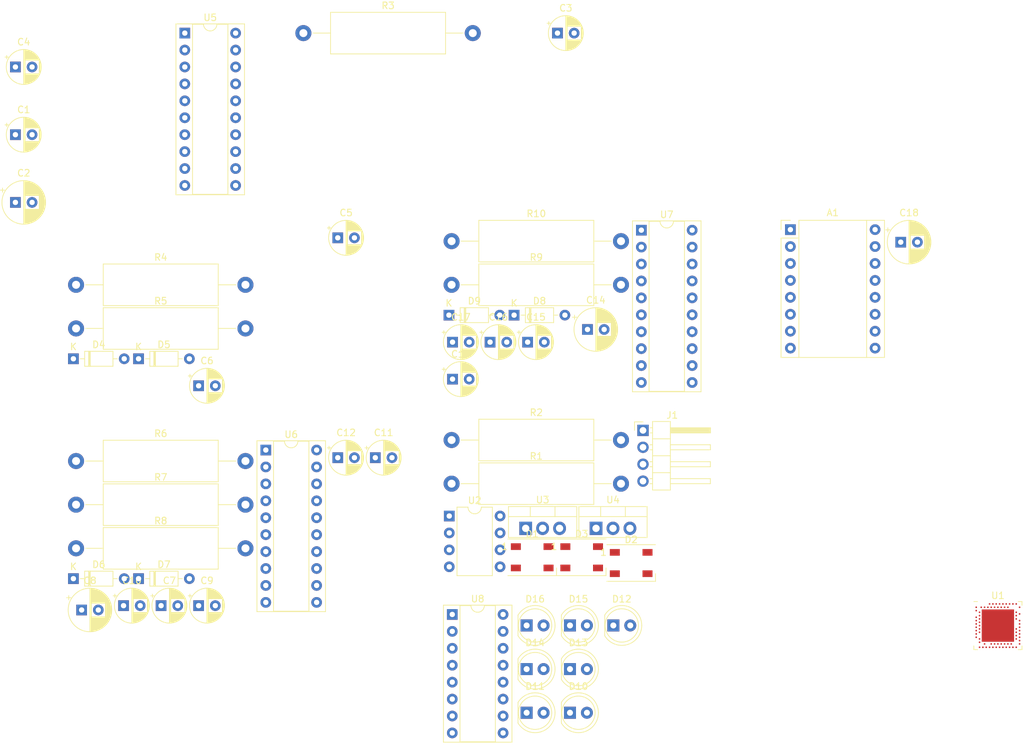
<source format=kicad_pcb>
(kicad_pcb (version 20171130) (host pcbnew "(5.0.1)-3")
  (layers (0 F.Cu signal) (31 B.Cu signal) (34 B.Paste user) (35 F.Paste user) (36 B.SilkS user) (37 F.SilkS user) (38 B.Mask user) (39 F.Mask user) (44 Edge.Cuts user))
  (net 0 "")
  (net 1 GND)
  (net 2 "/Aspirin Dispenser/ENABLE")
  (net 3 +3V3)
  (net 4 "/Aspirin Dispenser/MS1")
  (net 5 "Net-(A1-Pad3)")
  (net 6 "/Aspirin Dispenser/MS2")
  (net 7 "Net-(A1-Pad4)")
  (net 8 "/Aspirin Dispenser/MS3")
  (net 9 "Net-(A1-Pad5)")
  (net 10 "Net-(A1-Pad6)")
  (net 11 "/Aspirin Dispenser/STEP")
  (net 12 +12V)
  (net 13 "/Aspirin Dispenser/DIRECTION")
  (net 14 VPUMP12)
  (net 15 "/12V Pump Block 1/ENABLEA")
  (net 16 "/12V Pump Block 1/ENABLEB")
  (net 17 "Net-(C5-Pad2)")
  (net 18 "Net-(C6-Pad2)")
  (net 19 "Net-(C6-Pad1)")
  (net 20 "/12V Pump Block 2/ENABLEA")
  (net 21 "/12V Pump Block 2/ENABLEB")
  (net 22 "Net-(C11-Pad2)")
  (net 23 "Net-(C12-Pad2)")
  (net 24 "Net-(C12-Pad1)")
  (net 25 +24V)
  (net 26 "/24V Pump Block/ENABLEA")
  (net 27 "Net-(C16-Pad2)")
  (net 28 "Net-(C17-Pad2)")
  (net 29 "Net-(C17-Pad1)")
  (net 30 "Net-(D1-Pad4)")
  (net 31 "Net-(D1-Pad2)")
  (net 32 "Net-(D2-Pad2)")
  (net 33 "Net-(D3-Pad2)")
  (net 34 "Net-(D4-Pad2)")
  (net 35 "Net-(D6-Pad2)")
  (net 36 "Net-(D8-Pad2)")
  (net 37 "Net-(D10-Pad1)")
  (net 38 "Net-(D11-Pad1)")
  (net 39 "Net-(D12-Pad1)")
  (net 40 "Net-(D13-Pad1)")
  (net 41 "Net-(D14-Pad1)")
  (net 42 "Net-(D15-Pad1)")
  (net 43 "Net-(D16-Pad1)")
  (net 44 "Net-(J1-Pad1)")
  (net 45 "Net-(J1-Pad2)")
  (net 46 "Net-(J1-Pad3)")
  (net 47 "Net-(J1-Pad4)")
  (net 48 /P0.06)
  (net 49 /P0.31)
  (net 50 "/12V Pump Block 1/ENA")
  (net 51 "/12V Pump Block 1/ENB")
  (net 52 "/12V Pump Block 2/ENA")
  (net 53 "/12V Pump Block 2/ENB")
  (net 54 "/24V Pump Block/ENA")
  (net 55 "Net-(U1-PadB24)")
  (net 56 "Net-(U1-PadD23)")
  (net 57 "Net-(U1-PadB3)")
  (net 58 "/12V Pump Block 2/INPUT2B")
  (net 59 "Net-(U1-PadAD2)")
  (net 60 "Net-(U1-PadAB2)")
  (net 61 "Net-(U1-PadY2)")
  (net 62 "Net-(U1-PadU1)")
  (net 63 "Net-(U1-PadR1)")
  (net 64 "Net-(U1-PadJ1)")
  (net 65 /P0.26)
  (net 66 "Net-(U1-PadT2)")
  (net 67 "Net-(U1-PadM2)")
  (net 68 "Net-(U1-PadK2)")
  (net 69 /P0.27)
  (net 70 "Net-(U1-PadF2)")
  (net 71 "Net-(U1-PadC1)")
  (net 72 "Net-(U1-PadD2)")
  (net 73 "Net-(U1-PadAD4)")
  (net 74 "Net-(U1-PadAD6)")
  (net 75 "/12V Pump Block 1/INPUT1A")
  (net 76 "/12V Pump Block 1/INPUT2A")
  (net 77 "/12V Pump Block 2/INPUT1A")
  (net 78 "/12V Pump Block 2/INPUT2A")
  (net 79 "Net-(U1-PadAD22)")
  (net 80 "/12V Pump Block 2/INPUT1B")
  (net 81 "/12V Pump Block 1/INPUT2B")
  (net 82 "Net-(U1-PadAC13)")
  (net 83 "/12V Pump Block 1/INPUT1B")
  (net 84 "Net-(U1-PadAC5)")
  (net 85 "Net-(U1-PadB5)")
  (net 86 "Net-(U1-PadB9)")
  (net 87 "Net-(U1-PadB11)")
  (net 88 "Net-(U1-PadB13)")
  (net 89 /P1.14)
  (net 90 /P1.12)
  (net 91 /P1.11)
  (net 92 "Net-(U1-PadA10)")
  (net 93 "/Alcohol Sensor/AOUT")
  (net 94 /P1.15)
  (net 95 /P1.13)
  (net 96 "Net-(U1-PadA18)")
  (net 97 "Net-(U1-PadA23)")
  (net 98 "Net-(U1-PadF23)")
  (net 99 "Net-(U1-PadH23)")
  (net 100 "/24V Pump Block/INPUT2A")
  (net 101 "Net-(U1-PadE24)")
  (net 102 "Net-(U1-PadJ24)")
  (net 103 "Net-(U1-PadL24)")
  (net 104 "Net-(U1-PadN24)")
  (net 105 "/24V Pump Block/INPUT1A")
  (net 106 "Net-(U1-PadAA24)")
  (net 107 "Net-(U1-PadAC24)")
  (net 108 +5V)
  (net 109 "Net-(M1-Pad2)")
  (net 110 "Net-(M2-Pad1)")
  (net 111 "Net-(M1-Pad1)")
  (net 112 "Net-(M2-Pad2)")
  (net 113 "Net-(M4-Pad2)")
  (net 114 "Net-(M3-Pad1)")
  (net 115 "Net-(M4-Pad1)")
  (net 116 "Net-(M3-Pad2)")
  (net 117 "Net-(U7-Pad13)")
  (net 118 "Net-(M5-Pad1)")
  (net 119 "Net-(U7-Pad7)")
  (net 120 "Net-(M5-Pad2)")
  (module Module:Pololu_Breakout-16_15.2x20.3mm (layer F.Cu) (at 187.325001 47.265001)
    (fp_text reference A1 (at 6.35 -2.54) (layer F.SilkS))
    (fp_text value Pololu_Breakout_A4988)
    (pad 16 thru_hole oval (at 12.7 0) (size 1.6 1.6) (drill 0.8) (layers *.Cu *.Mask) (net 13 "/Aspirin Dispenser/DIRECTION"))
    (pad 8 thru_hole oval (at 0 17.78) (size 1.6 1.6) (drill 0.8) (layers *.Cu *.Mask) (net 12 +12V))
    (pad 15 thru_hole oval (at 12.7 2.54) (size 1.6 1.6) (drill 0.8) (layers *.Cu *.Mask) (net 11 "/Aspirin Dispenser/STEP"))
    (pad 7 thru_hole oval (at 0 15.24) (size 1.6 1.6) (drill 0.8) (layers *.Cu *.Mask) (net 1 GND))
    (pad 14 thru_hole oval (at 12.7 5.08) (size 1.6 1.6) (drill 0.8) (layers *.Cu *.Mask) (net 3 +3V3))
    (pad 6 thru_hole oval (at 0 12.7) (size 1.6 1.6) (drill 0.8) (layers *.Cu *.Mask) (net 10 "Net-(A1-Pad6)"))
    (pad 13 thru_hole oval (at 12.7 7.62) (size 1.6 1.6) (drill 0.8) (layers *.Cu *.Mask) (net 3 +3V3))
    (pad 5 thru_hole oval (at 0 10.16) (size 1.6 1.6) (drill 0.8) (layers *.Cu *.Mask) (net 9 "Net-(A1-Pad5)"))
    (pad 12 thru_hole oval (at 12.7 10.16) (size 1.6 1.6) (drill 0.8) (layers *.Cu *.Mask) (net 8 "/Aspirin Dispenser/MS3"))
    (pad 4 thru_hole oval (at 0 7.62) (size 1.6 1.6) (drill 0.8) (layers *.Cu *.Mask) (net 7 "Net-(A1-Pad4)"))
    (pad 11 thru_hole oval (at 12.7 12.7) (size 1.6 1.6) (drill 0.8) (layers *.Cu *.Mask) (net 6 "/Aspirin Dispenser/MS2"))
    (pad 3 thru_hole oval (at 0 5.08) (size 1.6 1.6) (drill 0.8) (layers *.Cu *.Mask) (net 5 "Net-(A1-Pad3)"))
    (pad 10 thru_hole oval (at 12.7 15.24) (size 1.6 1.6) (drill 0.8) (layers *.Cu *.Mask) (net 4 "/Aspirin Dispenser/MS1"))
    (pad 2 thru_hole oval (at 0 2.54) (size 1.6 1.6) (drill 0.8) (layers *.Cu *.Mask) (net 3 +3V3))
    (pad 9 thru_hole oval (at 12.7 17.78) (size 1.6 1.6) (drill 0.8) (layers *.Cu *.Mask) (net 2 "/Aspirin Dispenser/ENABLE"))
    (pad 1 thru_hole rect (at 0 0) (size 1.6 1.6) (drill 0.8) (layers *.Cu *.Mask) (net 1 GND))
  )
  (module Capacitor_THT:CP_Radial_D5.0mm_P2.50mm (layer F.Cu) (at 71.12 33.02)
    (fp_text reference C1 (at 1.25 -3.75) (layer F.SilkS))
    (fp_text value 100nF)
    (pad 2 thru_hole circle (at 2.5 0) (size 1.6 1.6) (drill 0.8) (layers *.Cu *.Mask) (net 1 GND))
    (pad 1 thru_hole rect (at 0 0) (size 1.6 1.6) (drill 0.8) (layers *.Cu *.Mask) (net 14 VPUMP12))
  )
  (module Capacitor_THT:CP_Radial_D6.3mm_P2.50mm (layer F.Cu) (at 71.12 43.18)
    (fp_text reference C2 (at 1.25 -4.4) (layer F.SilkS))
    (fp_text value 100uF)
    (pad 1 thru_hole rect (at 0 0) (size 1.6 1.6) (drill 0.8) (layers *.Cu *.Mask) (net 14 VPUMP12))
    (pad 2 thru_hole circle (at 2.5 0) (size 1.6 1.6) (drill 0.8) (layers *.Cu *.Mask) (net 1 GND))
  )
  (module Capacitor_THT:CP_Radial_D5.0mm_P2.50mm (layer F.Cu) (at 152.4 17.78)
    (fp_text reference C3 (at 1.25 -3.75) (layer F.SilkS))
    (fp_text value 5.6nF)
    (pad 2 thru_hole circle (at 2.5 0) (size 1.6 1.6) (drill 0.8) (layers *.Cu *.Mask) (net 1 GND))
    (pad 1 thru_hole rect (at 0 0) (size 1.6 1.6) (drill 0.8) (layers *.Cu *.Mask) (net 15 "/12V Pump Block 1/ENABLEA"))
  )
  (module Capacitor_THT:CP_Radial_D5.0mm_P2.50mm (layer F.Cu) (at 71.12 22.86)
    (fp_text reference C4 (at 1.25 -3.75) (layer F.SilkS))
    (fp_text value 5.6nF)
    (pad 1 thru_hole rect (at 0 0) (size 1.6 1.6) (drill 0.8) (layers *.Cu *.Mask) (net 16 "/12V Pump Block 1/ENABLEB"))
    (pad 2 thru_hole circle (at 2.5 0) (size 1.6 1.6) (drill 0.8) (layers *.Cu *.Mask) (net 1 GND))
  )
  (module Capacitor_THT:CP_Radial_D5.0mm_P2.50mm (layer F.Cu) (at 119.454776 48.495001)
    (fp_text reference C5 (at 1.25 -3.75) (layer F.SilkS))
    (fp_text value 220nF)
    (pad 1 thru_hole rect (at 0 0) (size 1.6 1.6) (drill 0.8) (layers *.Cu *.Mask) (net 14 VPUMP12))
    (pad 2 thru_hole circle (at 2.5 0) (size 1.6 1.6) (drill 0.8) (layers *.Cu *.Mask) (net 17 "Net-(C5-Pad2)"))
  )
  (module Capacitor_THT:CP_Radial_D5.0mm_P2.50mm (layer F.Cu) (at 98.594776 70.695001)
    (fp_text reference C6 (at 1.25 -3.75) (layer F.SilkS))
    (fp_text value 10nF)
    (pad 1 thru_hole rect (at 0 0) (size 1.6 1.6) (drill 0.8) (layers *.Cu *.Mask) (net 19 "Net-(C6-Pad1)"))
    (pad 2 thru_hole circle (at 2.5 0) (size 1.6 1.6) (drill 0.8) (layers *.Cu *.Mask) (net 18 "Net-(C6-Pad2)"))
  )
  (module Capacitor_THT:CP_Radial_D5.0mm_P2.50mm (layer F.Cu) (at 92.964776 103.685001)
    (fp_text reference C7 (at 1.25 -3.75) (layer F.SilkS))
    (fp_text value 100nF)
    (pad 2 thru_hole circle (at 2.5 0) (size 1.6 1.6) (drill 0.8) (layers *.Cu *.Mask) (net 1 GND))
    (pad 1 thru_hole rect (at 0 0) (size 1.6 1.6) (drill 0.8) (layers *.Cu *.Mask) (net 14 VPUMP12))
  )
  (module Capacitor_THT:CP_Radial_D6.3mm_P2.50mm (layer F.Cu) (at 81.050242 104.335001)
    (fp_text reference C8 (at 1.25 -4.4) (layer F.SilkS))
    (fp_text value 100uF)
    (pad 2 thru_hole circle (at 2.5 0) (size 1.6 1.6) (drill 0.8) (layers *.Cu *.Mask) (net 1 GND))
    (pad 1 thru_hole rect (at 0 0) (size 1.6 1.6) (drill 0.8) (layers *.Cu *.Mask) (net 14 VPUMP12))
  )
  (module Capacitor_THT:CP_Radial_D5.0mm_P2.50mm (layer F.Cu) (at 98.594776 103.685001)
    (fp_text reference C9 (at 1.25 -3.75) (layer F.SilkS))
    (fp_text value 5.6nF)
    (pad 1 thru_hole rect (at 0 0) (size 1.6 1.6) (drill 0.8) (layers *.Cu *.Mask) (net 20 "/12V Pump Block 2/ENABLEA"))
    (pad 2 thru_hole circle (at 2.5 0) (size 1.6 1.6) (drill 0.8) (layers *.Cu *.Mask) (net 1 GND))
  )
  (module Capacitor_THT:CP_Radial_D5.0mm_P2.50mm (layer F.Cu) (at 87.334776 103.685001)
    (fp_text reference C10 (at 1.25 -3.75) (layer F.SilkS))
    (fp_text value 5.6nF)
    (pad 2 thru_hole circle (at 2.5 0) (size 1.6 1.6) (drill 0.8) (layers *.Cu *.Mask) (net 1 GND))
    (pad 1 thru_hole rect (at 0 0) (size 1.6 1.6) (drill 0.8) (layers *.Cu *.Mask) (net 21 "/12V Pump Block 2/ENABLEB"))
  )
  (module Capacitor_THT:CP_Radial_D5.0mm_P2.50mm (layer F.Cu) (at 125.084776 81.485001)
    (fp_text reference C11 (at 1.25 -3.75) (layer F.SilkS))
    (fp_text value 220nF)
    (pad 2 thru_hole circle (at 2.5 0) (size 1.6 1.6) (drill 0.8) (layers *.Cu *.Mask) (net 22 "Net-(C11-Pad2)"))
    (pad 1 thru_hole rect (at 0 0) (size 1.6 1.6) (drill 0.8) (layers *.Cu *.Mask) (net 14 VPUMP12))
  )
  (module Capacitor_THT:CP_Radial_D5.0mm_P2.50mm (layer F.Cu) (at 119.454776 81.485001)
    (fp_text reference C12 (at 1.25 -3.75) (layer F.SilkS))
    (fp_text value 10nF)
    (pad 1 thru_hole rect (at 0 0) (size 1.6 1.6) (drill 0.8) (layers *.Cu *.Mask) (net 24 "Net-(C12-Pad1)"))
    (pad 2 thru_hole circle (at 2.5 0) (size 1.6 1.6) (drill 0.8) (layers *.Cu *.Mask) (net 23 "Net-(C12-Pad2)"))
  )
  (module Capacitor_THT:CP_Radial_D5.0mm_P2.50mm (layer F.Cu) (at 136.664776 69.695001)
    (fp_text reference C13 (at 1.25 -3.75) (layer F.SilkS))
    (fp_text value 100nF)
    (pad 1 thru_hole rect (at 0 0) (size 1.6 1.6) (drill 0.8) (layers *.Cu *.Mask) (net 25 +24V))
    (pad 2 thru_hole circle (at 2.5 0) (size 1.6 1.6) (drill 0.8) (layers *.Cu *.Mask) (net 1 GND))
  )
  (module Capacitor_THT:CP_Radial_D6.3mm_P2.50mm (layer F.Cu) (at 156.900242 62.245001)
    (fp_text reference C14 (at 1.25 -4.4) (layer F.SilkS))
    (fp_text value 100uF)
    (pad 2 thru_hole circle (at 2.5 0) (size 1.6 1.6) (drill 0.8) (layers *.Cu *.Mask) (net 1 GND))
    (pad 1 thru_hole rect (at 0 0) (size 1.6 1.6) (drill 0.8) (layers *.Cu *.Mask) (net 25 +24V))
  )
  (module Capacitor_THT:CP_Radial_D5.0mm_P2.50mm (layer F.Cu) (at 147.924776 64.145001)
    (fp_text reference C15 (at 1.25 -3.75) (layer F.SilkS))
    (fp_text value 5.6nF)
    (pad 2 thru_hole circle (at 2.5 0) (size 1.6 1.6) (drill 0.8) (layers *.Cu *.Mask) (net 1 GND))
    (pad 1 thru_hole rect (at 0 0) (size 1.6 1.6) (drill 0.8) (layers *.Cu *.Mask) (net 26 "/24V Pump Block/ENABLEA"))
  )
  (module Capacitor_THT:CP_Radial_D5.0mm_P2.50mm (layer F.Cu) (at 142.294776 64.145001)
    (fp_text reference C16 (at 1.25 -3.75) (layer F.SilkS))
    (fp_text value 220nF)
    (pad 2 thru_hole circle (at 2.5 0) (size 1.6 1.6) (drill 0.8) (layers *.Cu *.Mask) (net 27 "Net-(C16-Pad2)"))
    (pad 1 thru_hole rect (at 0 0) (size 1.6 1.6) (drill 0.8) (layers *.Cu *.Mask) (net 25 +24V))
  )
  (module Capacitor_THT:CP_Radial_D5.0mm_P2.50mm (layer F.Cu) (at 136.664776 64.145001)
    (fp_text reference C17 (at 1.25 -3.75) (layer F.SilkS))
    (fp_text value 10nF)
    (pad 1 thru_hole rect (at 0 0) (size 1.6 1.6) (drill 0.8) (layers *.Cu *.Mask) (net 29 "Net-(C17-Pad1)"))
    (pad 2 thru_hole circle (at 2.5 0) (size 1.6 1.6) (drill 0.8) (layers *.Cu *.Mask) (net 28 "Net-(C17-Pad2)"))
  )
  (module Capacitor_THT:CP_Radial_D6.3mm_P2.50mm (layer F.Cu) (at 203.870242 49.145001)
    (fp_text reference C18 (at 1.25 -4.4) (layer F.SilkS))
    (fp_text value 47uF)
    (pad 1 thru_hole rect (at 0 0) (size 1.6 1.6) (drill 0.8) (layers *.Cu *.Mask) (net 12 +12V))
    (pad 2 thru_hole circle (at 2.5 0) (size 1.6 1.6) (drill 0.8) (layers *.Cu *.Mask) (net 1 GND))
  )
  (module LED_SMD:LED_WS2812B_PLCC4_5.0x5.0mm_P3.2mm (layer F.Cu) (at 148.610001 96.430001)
    (fp_text reference D1 (at 0 -3.5) (layer F.SilkS))
    (fp_text value WS2812B)
    (fp_text user 1 (at -4.15 -1.6) (layer F.SilkS))
    (pad 1 smd rect (at -2.45 -1.6) (size 1.5 1) (layers F.Cu F.Paste F.Mask) (net 3 +3V3))
    (pad 2 smd rect (at -2.45 1.6) (size 1.5 1) (layers F.Cu F.Paste F.Mask) (net 31 "Net-(D1-Pad2)"))
    (pad 4 smd rect (at 2.45 -1.6) (size 1.5 1) (layers F.Cu F.Paste F.Mask) (net 30 "Net-(D1-Pad4)"))
    (pad 3 smd rect (at 2.45 1.6) (size 1.5 1) (layers F.Cu F.Paste F.Mask) (net 1 GND))
  )
  (module LED_SMD:LED_WS2812B_PLCC4_5.0x5.0mm_P3.2mm (layer F.Cu) (at 163.450001 97.290001)
    (fp_text reference D2 (at 0 -3.5) (layer F.SilkS))
    (fp_text value WS2812B)
    (fp_text user 1 (at -4.15 -1.6) (layer F.SilkS))
    (pad 3 smd rect (at 2.45 1.6) (size 1.5 1) (layers F.Cu F.Paste F.Mask) (net 1 GND))
    (pad 4 smd rect (at 2.45 -1.6) (size 1.5 1) (layers F.Cu F.Paste F.Mask) (net 31 "Net-(D1-Pad2)"))
    (pad 2 smd rect (at -2.45 1.6) (size 1.5 1) (layers F.Cu F.Paste F.Mask) (net 32 "Net-(D2-Pad2)"))
    (pad 1 smd rect (at -2.45 -1.6) (size 1.5 1) (layers F.Cu F.Paste F.Mask) (net 3 +3V3))
  )
  (module LED_SMD:LED_WS2812B_PLCC4_5.0x5.0mm_P3.2mm (layer F.Cu) (at 156.030001 96.430001)
    (fp_text reference D3 (at 0 -3.5) (layer F.SilkS))
    (fp_text value WS2812B)
    (fp_text user 1 (at -4.15 -1.6) (layer F.SilkS))
    (pad 1 smd rect (at -2.45 -1.6) (size 1.5 1) (layers F.Cu F.Paste F.Mask) (net 3 +3V3))
    (pad 2 smd rect (at -2.45 1.6) (size 1.5 1) (layers F.Cu F.Paste F.Mask) (net 33 "Net-(D3-Pad2)"))
    (pad 4 smd rect (at 2.45 -1.6) (size 1.5 1) (layers F.Cu F.Paste F.Mask) (net 32 "Net-(D2-Pad2)"))
    (pad 3 smd rect (at 2.45 1.6) (size 1.5 1) (layers F.Cu F.Paste F.Mask) (net 1 GND))
  )
  (module Diode_THT:D_DO-35_SOD27_P7.62mm_Horizontal (layer F.Cu) (at 79.815001 66.645001)
    (fp_text reference D4 (at 3.81 -2.12) (layer F.SilkS))
    (fp_text value 1N4148)
    (fp_text user K (at 0 -1.8) (layer F.SilkS))
    (pad 2 thru_hole oval (at 7.62 0) (size 1.6 1.6) (drill 0.8) (layers *.Cu *.Mask) (net 34 "Net-(D4-Pad2)"))
    (pad 1 thru_hole rect (at 0 0) (size 1.6 1.6) (drill 0.8) (layers *.Cu *.Mask) (net 17 "Net-(C5-Pad2)"))
  )
  (module Diode_THT:D_DO-35_SOD27_P7.62mm_Horizontal (layer F.Cu) (at 89.585001 66.645001)
    (fp_text reference D5 (at 3.81 -2.12) (layer F.SilkS))
    (fp_text value 1N4148)
    (fp_text user K (at 0 -1.8) (layer F.SilkS))
    (pad 1 thru_hole rect (at 0 0) (size 1.6 1.6) (drill 0.8) (layers *.Cu *.Mask) (net 34 "Net-(D4-Pad2)"))
    (pad 2 thru_hole oval (at 7.62 0) (size 1.6 1.6) (drill 0.8) (layers *.Cu *.Mask) (net 14 VPUMP12))
  )
  (module Diode_THT:D_DO-35_SOD27_P7.62mm_Horizontal (layer F.Cu) (at 79.815001 99.635001)
    (fp_text reference D6 (at 3.81 -2.12) (layer F.SilkS))
    (fp_text value 1N4148)
    (fp_text user K (at 0 -1.8) (layer F.SilkS))
    (pad 1 thru_hole rect (at 0 0) (size 1.6 1.6) (drill 0.8) (layers *.Cu *.Mask) (net 22 "Net-(C11-Pad2)"))
    (pad 2 thru_hole oval (at 7.62 0) (size 1.6 1.6) (drill 0.8) (layers *.Cu *.Mask) (net 35 "Net-(D6-Pad2)"))
  )
  (module Diode_THT:D_DO-35_SOD27_P7.62mm_Horizontal (layer F.Cu) (at 89.585001 99.635001)
    (fp_text reference D7 (at 3.81 -2.12) (layer F.SilkS))
    (fp_text value 1N4148)
    (fp_text user K (at 0 -1.8) (layer F.SilkS))
    (pad 2 thru_hole oval (at 7.62 0) (size 1.6 1.6) (drill 0.8) (layers *.Cu *.Mask) (net 14 VPUMP12))
    (pad 1 thru_hole rect (at 0 0) (size 1.6 1.6) (drill 0.8) (layers *.Cu *.Mask) (net 35 "Net-(D6-Pad2)"))
  )
  (module Diode_THT:D_DO-35_SOD27_P7.62mm_Horizontal (layer F.Cu) (at 145.895001 60.095001)
    (fp_text reference D8 (at 3.81 -2.12) (layer F.SilkS))
    (fp_text value 1N4148)
    (fp_text user K (at 0 -1.8) (layer F.SilkS))
    (pad 1 thru_hole rect (at 0 0) (size 1.6 1.6) (drill 0.8) (layers *.Cu *.Mask) (net 27 "Net-(C16-Pad2)"))
    (pad 2 thru_hole oval (at 7.62 0) (size 1.6 1.6) (drill 0.8) (layers *.Cu *.Mask) (net 36 "Net-(D8-Pad2)"))
  )
  (module Diode_THT:D_DO-35_SOD27_P7.62mm_Horizontal (layer F.Cu) (at 136.125001 60.095001)
    (fp_text reference D9 (at 3.81 -2.12) (layer F.SilkS))
    (fp_text value 1N4148)
    (fp_text user K (at 0 -1.8) (layer F.SilkS))
    (pad 2 thru_hole oval (at 7.62 0) (size 1.6 1.6) (drill 0.8) (layers *.Cu *.Mask) (net 25 +24V))
    (pad 1 thru_hole rect (at 0 0) (size 1.6 1.6) (drill 0.8) (layers *.Cu *.Mask) (net 36 "Net-(D8-Pad2)"))
  )
  (module LED_THT:LED_D5.0mm (layer F.Cu) (at 154.275001 119.755001)
    (fp_text reference D10 (at 1.27 -3.96) (layer F.SilkS))
    (fp_text value LED)
    (pad 2 thru_hole circle (at 2.54 0) (size 1.8 1.8) (drill 0.9) (layers *.Cu *.Mask) (net 3 +3V3))
    (pad 1 thru_hole rect (at 0 0) (size 1.8 1.8) (drill 0.9) (layers *.Cu *.Mask) (net 37 "Net-(D10-Pad1)"))
  )
  (module LED_THT:LED_D5.0mm (layer F.Cu) (at 147.775001 119.755001)
    (fp_text reference D11 (at 1.27 -3.96) (layer F.SilkS))
    (fp_text value LED)
    (pad 1 thru_hole rect (at 0 0) (size 1.8 1.8) (drill 0.9) (layers *.Cu *.Mask) (net 38 "Net-(D11-Pad1)"))
    (pad 2 thru_hole circle (at 2.54 0) (size 1.8 1.8) (drill 0.9) (layers *.Cu *.Mask) (net 3 +3V3))
  )
  (module LED_THT:LED_D5.0mm (layer F.Cu) (at 160.775001 106.655001)
    (fp_text reference D12 (at 1.27 -3.96) (layer F.SilkS))
    (fp_text value LED)
    (pad 1 thru_hole rect (at 0 0) (size 1.8 1.8) (drill 0.9) (layers *.Cu *.Mask) (net 39 "Net-(D12-Pad1)"))
    (pad 2 thru_hole circle (at 2.54 0) (size 1.8 1.8) (drill 0.9) (layers *.Cu *.Mask) (net 3 +3V3))
  )
  (module LED_THT:LED_D5.0mm (layer F.Cu) (at 154.275001 113.205001)
    (fp_text reference D13 (at 1.27 -3.96) (layer F.SilkS))
    (fp_text value LED)
    (pad 2 thru_hole circle (at 2.54 0) (size 1.8 1.8) (drill 0.9) (layers *.Cu *.Mask) (net 3 +3V3))
    (pad 1 thru_hole rect (at 0 0) (size 1.8 1.8) (drill 0.9) (layers *.Cu *.Mask) (net 40 "Net-(D13-Pad1)"))
  )
  (module LED_THT:LED_D5.0mm (layer F.Cu) (at 147.775001 113.205001)
    (fp_text reference D14 (at 1.27 -3.96) (layer F.SilkS))
    (fp_text value LED)
    (pad 1 thru_hole rect (at 0 0) (size 1.8 1.8) (drill 0.9) (layers *.Cu *.Mask) (net 41 "Net-(D14-Pad1)"))
    (pad 2 thru_hole circle (at 2.54 0) (size 1.8 1.8) (drill 0.9) (layers *.Cu *.Mask) (net 3 +3V3))
  )
  (module LED_THT:LED_D5.0mm (layer F.Cu) (at 154.275001 106.655001)
    (fp_text reference D15 (at 1.27 -3.96) (layer F.SilkS))
    (fp_text value LED)
    (pad 2 thru_hole circle (at 2.54 0) (size 1.8 1.8) (drill 0.9) (layers *.Cu *.Mask) (net 3 +3V3))
    (pad 1 thru_hole rect (at 0 0) (size 1.8 1.8) (drill 0.9) (layers *.Cu *.Mask) (net 42 "Net-(D15-Pad1)"))
  )
  (module LED_THT:LED_D5.0mm (layer F.Cu) (at 147.775001 106.655001)
    (fp_text reference D16 (at 1.27 -3.96) (layer F.SilkS))
    (fp_text value LED)
    (pad 2 thru_hole circle (at 2.54 0) (size 1.8 1.8) (drill 0.9) (layers *.Cu *.Mask) (net 3 +3V3))
    (pad 1 thru_hole rect (at 0 0) (size 1.8 1.8) (drill 0.9) (layers *.Cu *.Mask) (net 43 "Net-(D16-Pad1)"))
  )
  (module Connector_PinHeader_2.54mm:PinHeader_1x04_P2.54mm_Horizontal (layer F.Cu) (at 165.225001 77.385001)
    (fp_text reference J1 (at 4.385 -2.27) (layer F.SilkS))
    (fp_text value Conn_01x04_Female)
    (pad 4 thru_hole oval (at 0 7.62) (size 1.7 1.7) (drill 1) (layers *.Cu *.Mask) (net 47 "Net-(J1-Pad4)"))
    (pad 3 thru_hole oval (at 0 5.08) (size 1.7 1.7) (drill 1) (layers *.Cu *.Mask) (net 46 "Net-(J1-Pad3)"))
    (pad 2 thru_hole oval (at 0 2.54) (size 1.7 1.7) (drill 1) (layers *.Cu *.Mask) (net 45 "Net-(J1-Pad2)"))
    (pad 1 thru_hole rect (at 0 0) (size 1.7 1.7) (drill 1) (layers *.Cu *.Mask) (net 44 "Net-(J1-Pad1)"))
  )
  (module Resistor_THT:R_Axial_DIN0617_L17.0mm_D6.0mm_P25.40mm_Horizontal (layer F.Cu) (at 136.525001 85.385001)
    (fp_text reference R1 (at 12.7 -4.12) (layer F.SilkS))
    (fp_text value 10K)
    (pad 1 thru_hole circle (at 0 0) (size 2.4 2.4) (drill 1.2) (layers *.Cu *.Mask) (net 3 +3V3))
    (pad 2 thru_hole oval (at 25.4 0) (size 2.4 2.4) (drill 1.2) (layers *.Cu *.Mask) (net 48 /P0.06))
  )
  (module Resistor_THT:R_Axial_DIN0617_L17.0mm_D6.0mm_P25.40mm_Horizontal (layer F.Cu) (at 136.525001 78.835001)
    (fp_text reference R2 (at 12.7 -4.12) (layer F.SilkS))
    (fp_text value 10K)
    (pad 2 thru_hole oval (at 25.4 0) (size 2.4 2.4) (drill 1.2) (layers *.Cu *.Mask) (net 49 /P0.31))
    (pad 1 thru_hole circle (at 0 0) (size 2.4 2.4) (drill 1.2) (layers *.Cu *.Mask) (net 3 +3V3))
  )
  (module Resistor_THT:R_Axial_DIN0617_L17.0mm_D6.0mm_P25.40mm_Horizontal (layer F.Cu) (at 114.3 17.78)
    (fp_text reference R3 (at 12.7 -4.12) (layer F.SilkS))
    (fp_text value 100K)
    (pad 1 thru_hole circle (at 0 0) (size 2.4 2.4) (drill 1.2) (layers *.Cu *.Mask) (net 50 "/12V Pump Block 1/ENA"))
    (pad 2 thru_hole oval (at 25.4 0) (size 2.4 2.4) (drill 1.2) (layers *.Cu *.Mask) (net 15 "/12V Pump Block 1/ENABLEA"))
  )
  (module Resistor_THT:R_Axial_DIN0617_L17.0mm_D6.0mm_P25.40mm_Horizontal (layer F.Cu) (at 80.215001 55.545001)
    (fp_text reference R4 (at 12.7 -4.12) (layer F.SilkS))
    (fp_text value 100K)
    (pad 2 thru_hole oval (at 25.4 0) (size 2.4 2.4) (drill 1.2) (layers *.Cu *.Mask) (net 16 "/12V Pump Block 1/ENABLEB"))
    (pad 1 thru_hole circle (at 0 0) (size 2.4 2.4) (drill 1.2) (layers *.Cu *.Mask) (net 51 "/12V Pump Block 1/ENB"))
  )
  (module Resistor_THT:R_Axial_DIN0617_L17.0mm_D6.0mm_P25.40mm_Horizontal (layer F.Cu) (at 80.215001 62.095001)
    (fp_text reference R5 (at 12.7 -4.12) (layer F.SilkS))
    (fp_text value 100)
    (pad 2 thru_hole oval (at 25.4 0) (size 2.4 2.4) (drill 1.2) (layers *.Cu *.Mask) (net 19 "Net-(C6-Pad1)"))
    (pad 1 thru_hole circle (at 0 0) (size 2.4 2.4) (drill 1.2) (layers *.Cu *.Mask) (net 34 "Net-(D4-Pad2)"))
  )
  (module Resistor_THT:R_Axial_DIN0617_L17.0mm_D6.0mm_P25.40mm_Horizontal (layer F.Cu) (at 80.215001 81.985001)
    (fp_text reference R6 (at 12.7 -4.12) (layer F.SilkS))
    (fp_text value 100K)
    (pad 2 thru_hole oval (at 25.4 0) (size 2.4 2.4) (drill 1.2) (layers *.Cu *.Mask) (net 20 "/12V Pump Block 2/ENABLEA"))
    (pad 1 thru_hole circle (at 0 0) (size 2.4 2.4) (drill 1.2) (layers *.Cu *.Mask) (net 52 "/12V Pump Block 2/ENA"))
  )
  (module Resistor_THT:R_Axial_DIN0617_L17.0mm_D6.0mm_P25.40mm_Horizontal (layer F.Cu) (at 80.215001 88.535001)
    (fp_text reference R7 (at 12.7 -4.12) (layer F.SilkS))
    (fp_text value 100K)
    (pad 1 thru_hole circle (at 0 0) (size 2.4 2.4) (drill 1.2) (layers *.Cu *.Mask) (net 53 "/12V Pump Block 2/ENB"))
    (pad 2 thru_hole oval (at 25.4 0) (size 2.4 2.4) (drill 1.2) (layers *.Cu *.Mask) (net 21 "/12V Pump Block 2/ENABLEB"))
  )
  (module Resistor_THT:R_Axial_DIN0617_L17.0mm_D6.0mm_P25.40mm_Horizontal (layer F.Cu) (at 80.215001 95.085001)
    (fp_text reference R8 (at 12.7 -4.12) (layer F.SilkS))
    (fp_text value 100)
    (pad 1 thru_hole circle (at 0 0) (size 2.4 2.4) (drill 1.2) (layers *.Cu *.Mask) (net 35 "Net-(D6-Pad2)"))
    (pad 2 thru_hole oval (at 25.4 0) (size 2.4 2.4) (drill 1.2) (layers *.Cu *.Mask) (net 24 "Net-(C12-Pad1)"))
  )
  (module Resistor_THT:R_Axial_DIN0617_L17.0mm_D6.0mm_P25.40mm_Horizontal (layer F.Cu) (at 136.525001 55.545001)
    (fp_text reference R9 (at 12.7 -4.12) (layer F.SilkS))
    (fp_text value 100K)
    (pad 1 thru_hole circle (at 0 0) (size 2.4 2.4) (drill 1.2) (layers *.Cu *.Mask) (net 54 "/24V Pump Block/ENA"))
    (pad 2 thru_hole oval (at 25.4 0) (size 2.4 2.4) (drill 1.2) (layers *.Cu *.Mask) (net 26 "/24V Pump Block/ENABLEA"))
  )
  (module Resistor_THT:R_Axial_DIN0617_L17.0mm_D6.0mm_P25.40mm_Horizontal (layer F.Cu) (at 136.525001 48.995001)
    (fp_text reference R10 (at 12.7 -4.12) (layer F.SilkS))
    (fp_text value 100)
    (pad 2 thru_hole oval (at 25.4 0) (size 2.4 2.4) (drill 1.2) (layers *.Cu *.Mask) (net 29 "Net-(C17-Pad1)"))
    (pad 1 thru_hole circle (at 0 0) (size 2.4 2.4) (drill 1.2) (layers *.Cu *.Mask) (net 36 "Net-(D8-Pad2)"))
  )
  (module Package_DFN_QFN:Nordic_AQFN-73-1EP_7x7mm_P0.5mm (layer F.Cu) (at 218.44 106.68)
    (fp_text reference U1 (at 0 -4.5) (layer F.SilkS))
    (fp_text value nRF52840)
    (pad AC24 smd circle (at 3.25 2.75 180) (size 0.25 0.25) (layers F.Cu F.Paste F.Mask) (net 107 "Net-(U1-PadAC24)"))
    (pad AA24 smd circle (at 3.25 2.25 180) (size 0.25 0.25) (layers F.Cu F.Paste F.Mask) (net 106 "Net-(U1-PadAA24)"))
    (pad W24 smd circle (at 3.25 1.75 180) (size 0.25 0.25) (layers F.Cu F.Paste F.Mask) (net 105 "/24V Pump Block/INPUT1A"))
    (pad U24 smd circle (at 3.25 1.25 180) (size 0.25 0.25) (layers F.Cu F.Paste F.Mask) (net 2 "/Aspirin Dispenser/ENABLE"))
    (pad R24 smd circle (at 3.25 0.75 180) (size 0.25 0.25) (layers F.Cu F.Paste F.Mask) (net 13 "/Aspirin Dispenser/DIRECTION"))
    (pad N24 smd circle (at 3.25 0.25 180) (size 0.25 0.25) (layers F.Cu F.Paste F.Mask) (net 104 "Net-(U1-PadN24)"))
    (pad L24 smd circle (at 3.25 -0.25 180) (size 0.25 0.25) (layers F.Cu F.Paste F.Mask) (net 103 "Net-(U1-PadL24)"))
    (pad J24 smd circle (at 3.25 -0.75 180) (size 0.25 0.25) (layers F.Cu F.Paste F.Mask) (net 102 "Net-(U1-PadJ24)"))
    (pad E24 smd circle (at 3.25 -1.75 180) (size 0.25 0.25) (layers F.Cu F.Paste F.Mask) (net 101 "Net-(U1-PadE24)"))
    (pad Y23 smd circle (at 2.75 2 180) (size 0.25 0.25) (layers F.Cu F.Paste F.Mask) (net 26 "/24V Pump Block/ENABLEA"))
    (pad V23 smd circle (at 2.75 1.5 180) (size 0.25 0.25) (layers F.Cu F.Paste F.Mask) (net 100 "/24V Pump Block/INPUT2A"))
    (pad T23 smd circle (at 2.75 1 180) (size 0.25 0.25) (layers F.Cu F.Paste F.Mask) (net 11 "/Aspirin Dispenser/STEP"))
    (pad P23 smd circle (at 2.75 0.5 180) (size 0.25 0.25) (layers F.Cu F.Paste F.Mask) (net 4 "/Aspirin Dispenser/MS1"))
    (pad H23 smd circle (at 2.75 -1 180) (size 0.25 0.25) (layers F.Cu F.Paste F.Mask) (net 99 "Net-(U1-PadH23)"))
    (pad F23 smd circle (at 2.75 -1.5 180) (size 0.25 0.25) (layers F.Cu F.Paste F.Mask) (net 98 "Net-(U1-PadF23)"))
    (pad A23 smd circle (at 2.75 -3.25 180) (size 0.25 0.25) (layers F.Cu F.Paste F.Mask) (net 97 "Net-(U1-PadA23)"))
    (pad A22 smd circle (at 2.25 -3.25 180) (size 0.25 0.25) (layers F.Cu F.Paste F.Mask) (net 3 +3V3))
    (pad A20 smd circle (at 1.75 -3.25 180) (size 0.25 0.25) (layers F.Cu F.Paste F.Mask) (net 8 "/Aspirin Dispenser/MS3"))
    (pad A18 smd circle (at 1.25 -3.25 180) (size 0.25 0.25) (layers F.Cu F.Paste F.Mask) (net 96 "Net-(U1-PadA18)"))
    (pad A16 smd circle (at 0.75 -3.25 180) (size 0.25 0.25) (layers F.Cu F.Paste F.Mask) (net 95 /P1.13))
    (pad A14 smd circle (at 0.25 -3.25 180) (size 0.25 0.25) (layers F.Cu F.Paste F.Mask) (net 94 /P1.15))
    (pad A12 smd circle (at -0.25 -3.25 180) (size 0.25 0.25) (layers F.Cu F.Paste F.Mask) (net 93 "/Alcohol Sensor/AOUT"))
    (pad A10 smd circle (at -0.75 -3.25 180) (size 0.25 0.25) (layers F.Cu F.Paste F.Mask) (net 92 "Net-(U1-PadA10)"))
    (pad B19 smd circle (at 1.5 -2.75 180) (size 0.25 0.25) (layers F.Cu F.Paste F.Mask) (net 91 /P1.11))
    (pad B17 smd circle (at 1 -2.75 180) (size 0.25 0.25) (layers F.Cu F.Paste F.Mask) (net 90 /P1.12))
    (pad B15 smd circle (at 0.5 -2.75 180) (size 0.25 0.25) (layers F.Cu F.Paste F.Mask) (net 89 /P1.14))
    (pad B13 smd circle (at 0 -2.75 180) (size 0.25 0.25) (layers F.Cu F.Paste F.Mask) (net 88 "Net-(U1-PadB13)"))
    (pad B11 smd circle (at -0.5 -2.75 180) (size 0.25 0.25) (layers F.Cu F.Paste F.Mask) (net 87 "Net-(U1-PadB11)"))
    (pad B9 smd circle (at -1 -2.75 180) (size 0.25 0.25) (layers F.Cu F.Paste F.Mask) (net 86 "Net-(U1-PadB9)"))
    (pad B7 smd circle (at -1.5 -2.75 180) (size 0.25 0.25) (layers F.Cu F.Paste F.Mask) (net 1 GND))
    (pad B5 smd circle (at -2 -2.75 180) (size 0.25 0.25) (layers F.Cu F.Paste F.Mask) (net 85 "Net-(U1-PadB5)"))
    (pad AC5 smd circle (at -2 2.75 180) (size 0.25 0.25) (layers F.Cu F.Paste F.Mask) (net 84 "Net-(U1-PadAC5)"))
    (pad AC9 smd circle (at -1 2.75 180) (size 0.25 0.25) (layers F.Cu F.Paste F.Mask) (net 16 "/12V Pump Block 1/ENABLEB"))
    (pad AC11 smd circle (at -0.5 2.75 180) (size 0.25 0.25) (layers F.Cu F.Paste F.Mask) (net 83 "/12V Pump Block 1/INPUT1B"))
    (pad AC13 smd circle (at 0 2.75 180) (size 0.25 0.25) (layers F.Cu F.Paste F.Mask) (net 82 "Net-(U1-PadAC13)"))
    (pad AC15 smd circle (at 0.5 2.75 180) (size 0.25 0.25) (layers F.Cu F.Paste F.Mask) (net 81 "/12V Pump Block 1/INPUT2B"))
    (pad AC17 smd circle (at 1 2.75 180) (size 0.25 0.25) (layers F.Cu F.Paste F.Mask) (net 21 "/12V Pump Block 2/ENABLEB"))
    (pad AC19 smd circle (at 1.5 2.75 180) (size 0.25 0.25) (layers F.Cu F.Paste F.Mask) (net 80 "/12V Pump Block 2/INPUT1B"))
    (pad AD22 smd circle (at 2.25 3.25 180) (size 0.25 0.25) (layers F.Cu F.Paste F.Mask) (net 79 "Net-(U1-PadAD22)"))
    (pad AD20 smd circle (at 1.75 3.25 180) (size 0.25 0.25) (layers F.Cu F.Paste F.Mask) (net 78 "/12V Pump Block 2/INPUT2A"))
    (pad AD18 smd circle (at 1.25 3.25 180) (size 0.25 0.25) (layers F.Cu F.Paste F.Mask) (net 77 "/12V Pump Block 2/INPUT1A"))
    (pad AD16 smd circle (at 0.75 3.25 180) (size 0.25 0.25) (layers F.Cu F.Paste F.Mask) (net 20 "/12V Pump Block 2/ENABLEA"))
    (pad AD14 smd circle (at 0.25 3.25 180) (size 0.25 0.25) (layers F.Cu F.Paste F.Mask) (net 3 +3V3))
    (pad AD12 smd circle (at -0.25 3.25 180) (size 0.25 0.25) (layers F.Cu F.Paste F.Mask) (net 76 "/12V Pump Block 1/INPUT2A"))
    (pad AD10 smd circle (at -0.75 3.25 180) (size 0.25 0.25) (layers F.Cu F.Paste F.Mask) (net 75 "/12V Pump Block 1/INPUT1A"))
    (pad AD8 smd circle (at -1.25 3.25 180) (size 0.25 0.25) (layers F.Cu F.Paste F.Mask) (net 15 "/12V Pump Block 1/ENABLEA"))
    (pad AD6 smd circle (at -1.75 3.25 180) (size 0.25 0.25) (layers F.Cu F.Paste F.Mask) (net 74 "Net-(U1-PadAD6)"))
    (pad AD4 smd circle (at -2.25 3.25 180) (size 0.25 0.25) (layers F.Cu F.Paste F.Mask) (net 73 "Net-(U1-PadAD4)"))
    (pad B1 smd circle (at -3.25 -2.75 180) (size 0.25 0.25) (layers F.Cu F.Paste F.Mask) (net 3 +3V3))
    (pad D2 smd circle (at -2.75 -2 180) (size 0.25 0.25) (layers F.Cu F.Paste F.Mask) (net 72 "Net-(U1-PadD2)"))
    (pad C1 smd circle (at -3.25 -2.25 180) (size 0.25 0.25) (layers F.Cu F.Paste F.Mask) (net 71 "Net-(U1-PadC1)"))
    (pad F2 smd circle (at -2.75 -1.5 180) (size 0.25 0.25) (layers F.Cu F.Paste F.Mask) (net 70 "Net-(U1-PadF2)"))
    (pad H2 smd circle (at -2.75 -1 180) (size 0.25 0.25) (layers F.Cu F.Paste F.Mask) (net 69 /P0.27))
    (pad K2 smd circle (at -2.75 -0.5 180) (size 0.25 0.25) (layers F.Cu F.Paste F.Mask) (net 68 "Net-(U1-PadK2)"))
    (pad M2 smd circle (at -2.75 0 180) (size 0.25 0.25) (layers F.Cu F.Paste F.Mask) (net 67 "Net-(U1-PadM2)"))
    (pad P2 smd circle (at -2.75 0.5 180) (size 0.25 0.25) (layers F.Cu F.Paste F.Mask) (net 6 "/Aspirin Dispenser/MS2"))
    (pad T2 smd circle (at -2.75 1 180) (size 0.25 0.25) (layers F.Cu F.Paste F.Mask) (net 66 "Net-(U1-PadT2)"))
    (pad G1 smd circle (at -3.25 -1.25 180) (size 0.25 0.25) (layers F.Cu F.Paste F.Mask) (net 65 /P0.26))
    (pad J1 smd circle (at -3.25 -0.75 180) (size 0.25 0.25) (layers F.Cu F.Paste F.Mask) (net 64 "Net-(U1-PadJ1)"))
    (pad L1 smd circle (at -3.25 -0.25 180) (size 0.25 0.25) (layers F.Cu F.Paste F.Mask) (net 48 /P0.06))
    (pad N1 smd circle (at -3.25 0.25 180) (size 0.25 0.25) (layers F.Cu F.Paste F.Mask) (net 30 "Net-(D1-Pad4)"))
    (pad R1 smd circle (at -3.25 0.75 180) (size 0.25 0.25) (layers F.Cu F.Paste F.Mask) (net 63 "Net-(U1-PadR1)"))
    (pad U1 smd circle (at -3.25 1.25 180) (size 0.25 0.25) (layers F.Cu F.Paste F.Mask) (net 62 "Net-(U1-PadU1)"))
    (pad W1 smd circle (at -3.25 1.75 180) (size 0.25 0.25) (layers F.Cu F.Paste F.Mask) (net 3 +3V3))
    (pad Y2 smd circle (at -2.75 2 180) (size 0.25 0.25) (layers F.Cu F.Paste F.Mask) (net 61 "Net-(U1-PadY2)"))
    (pad AB2 smd circle (at -2.75 2.5 180) (size 0.25 0.25) (layers F.Cu F.Paste F.Mask) (net 60 "Net-(U1-PadAB2)"))
    (pad AD2 smd circle (at -2.75 3.25 180) (size 0.25 0.25) (layers F.Cu F.Paste F.Mask) (net 59 "Net-(U1-PadAD2)"))
    (pad AD23 smd circle (at 2.75 3.25 180) (size 0.25 0.25) (layers F.Cu F.Paste F.Mask) (net 3 +3V3))
    (pad AC21 smd circle (at 2 2.75 180) (size 0.25 0.25) (layers F.Cu F.Paste F.Mask) (net 58 "/12V Pump Block 2/INPUT2B"))
    (pad B3 smd circle (at -2.5 -2.75 180) (size 0.25 0.25) (layers F.Cu F.Paste F.Mask) (net 57 "Net-(U1-PadB3)"))
    (pad A8 smd circle (at -1.25 -3.25 180) (size 0.25 0.25) (layers F.Cu F.Paste F.Mask) (net 49 /P0.31))
    (pad D23 smd circle (at 2.75 -2 180) (size 0.25 0.25) (layers F.Cu F.Paste F.Mask) (net 56 "Net-(U1-PadD23)"))
    (pad B24 smd circle (at 3.25 -2.75 180) (size 0.25 0.25) (layers F.Cu F.Paste F.Mask) (net 55 "Net-(U1-PadB24)"))
    (pad EP smd rect (at 0 0 180) (size 4.85 4.85) (layers F.Cu F.Mask) (net 1 GND))
  )
  (module Package_DIP:DIP-8_W7.62mm (layer F.Cu) (at 136.175001 90.235001)
    (fp_text reference U2 (at 3.81 -2.33) (layer F.SilkS))
    (fp_text value LTV-827)
    (pad 8 thru_hole oval (at 7.62 0) (size 1.6 1.6) (drill 0.8) (layers *.Cu *.Mask) (net 48 /P0.06))
    (pad 4 thru_hole oval (at 0 7.62) (size 1.6 1.6) (drill 0.8) (layers *.Cu *.Mask) (net 44 "Net-(J1-Pad1)"))
    (pad 7 thru_hole oval (at 7.62 2.54) (size 1.6 1.6) (drill 0.8) (layers *.Cu *.Mask) (net 1 GND))
    (pad 3 thru_hole oval (at 0 5.08) (size 1.6 1.6) (drill 0.8) (layers *.Cu *.Mask) (net 45 "Net-(J1-Pad2)"))
    (pad 6 thru_hole oval (at 7.62 5.08) (size 1.6 1.6) (drill 0.8) (layers *.Cu *.Mask) (net 49 /P0.31))
    (pad 2 thru_hole oval (at 0 2.54) (size 1.6 1.6) (drill 0.8) (layers *.Cu *.Mask) (net 46 "Net-(J1-Pad3)"))
    (pad 5 thru_hole oval (at 7.62 7.62) (size 1.6 1.6) (drill 0.8) (layers *.Cu *.Mask) (net 1 GND))
    (pad 1 thru_hole rect (at 0 0) (size 1.6 1.6) (drill 0.8) (layers *.Cu *.Mask) (net 47 "Net-(J1-Pad4)"))
  )
  (module Package_TO_SOT_THT:TO-220-3_Vertical (layer F.Cu) (at 147.635001 92.085001)
    (fp_text reference U3 (at 2.54 -4.27) (layer F.SilkS))
    (fp_text value LM1117-3.3)
    (pad 1 thru_hole rect (at 0 0) (size 1.905 2) (drill 1.1) (layers *.Cu *.Mask) (net 1 GND))
    (pad 2 thru_hole oval (at 2.54 0) (size 1.905 2) (drill 1.1) (layers *.Cu *.Mask) (net 3 +3V3))
    (pad 3 thru_hole oval (at 5.08 0) (size 1.905 2) (drill 1.1) (layers *.Cu *.Mask) (net 12 +12V))
  )
  (module Package_TO_SOT_THT:TO-220-3_Vertical (layer F.Cu) (at 158.185001 92.085001)
    (fp_text reference U4 (at 2.54 -4.27) (layer F.SilkS))
    (fp_text value LM7805_TO220)
    (pad 3 thru_hole oval (at 5.08 0) (size 1.905 2) (drill 1.1) (layers *.Cu *.Mask) (net 108 +5V))
    (pad 2 thru_hole oval (at 2.54 0) (size 1.905 2) (drill 1.1) (layers *.Cu *.Mask) (net 1 GND))
    (pad 1 thru_hole rect (at 0 0) (size 1.905 2) (drill 1.1) (layers *.Cu *.Mask) (net 12 +12V))
  )
  (module Package_DIP:DIP-20_W7.62mm_Socket (layer F.Cu) (at 96.52 17.78)
    (fp_text reference U5 (at 3.81 -2.33) (layer F.SilkS))
    (fp_text value L6205N)
    (pad 20 thru_hole oval (at 7.62 0) (size 1.6 1.6) (drill 0.8) (layers *.Cu *.Mask) (net 50 "/12V Pump Block 1/ENA"))
    (pad 10 thru_hole oval (at 0 22.86) (size 1.6 1.6) (drill 0.8) (layers *.Cu *.Mask) (net 81 "/12V Pump Block 1/INPUT2B"))
    (pad 19 thru_hole oval (at 7.62 2.54) (size 1.6 1.6) (drill 0.8) (layers *.Cu *.Mask) (net 18 "Net-(C6-Pad2)"))
    (pad 9 thru_hole oval (at 0 20.32) (size 1.6 1.6) (drill 0.8) (layers *.Cu *.Mask) (net 83 "/12V Pump Block 1/INPUT1B"))
    (pad 18 thru_hole oval (at 7.62 5.08) (size 1.6 1.6) (drill 0.8) (layers *.Cu *.Mask) (net 109 "Net-(M1-Pad2)"))
    (pad 8 thru_hole oval (at 0 17.78) (size 1.6 1.6) (drill 0.8) (layers *.Cu *.Mask) (net 1 GND))
    (pad 17 thru_hole oval (at 7.62 7.62) (size 1.6 1.6) (drill 0.8) (layers *.Cu *.Mask) (net 14 VPUMP12))
    (pad 7 thru_hole oval (at 0 15.24) (size 1.6 1.6) (drill 0.8) (layers *.Cu *.Mask) (net 110 "Net-(M2-Pad1)"))
    (pad 16 thru_hole oval (at 7.62 10.16) (size 1.6 1.6) (drill 0.8) (layers *.Cu *.Mask) (net 1 GND))
    (pad 6 thru_hole oval (at 0 12.7) (size 1.6 1.6) (drill 0.8) (layers *.Cu *.Mask) (net 1 GND))
    (pad 15 thru_hole oval (at 7.62 12.7) (size 1.6 1.6) (drill 0.8) (layers *.Cu *.Mask) (net 1 GND))
    (pad 5 thru_hole oval (at 0 10.16) (size 1.6 1.6) (drill 0.8) (layers *.Cu *.Mask) (net 1 GND))
    (pad 14 thru_hole oval (at 7.62 15.24) (size 1.6 1.6) (drill 0.8) (layers *.Cu *.Mask) (net 14 VPUMP12))
    (pad 4 thru_hole oval (at 0 7.62) (size 1.6 1.6) (drill 0.8) (layers *.Cu *.Mask) (net 111 "Net-(M1-Pad1)"))
    (pad 13 thru_hole oval (at 7.62 17.78) (size 1.6 1.6) (drill 0.8) (layers *.Cu *.Mask) (net 112 "Net-(M2-Pad2)"))
    (pad 3 thru_hole oval (at 0 5.08) (size 1.6 1.6) (drill 0.8) (layers *.Cu *.Mask) (net 1 GND))
    (pad 12 thru_hole oval (at 7.62 20.32) (size 1.6 1.6) (drill 0.8) (layers *.Cu *.Mask) (net 17 "Net-(C5-Pad2)"))
    (pad 2 thru_hole oval (at 0 2.54) (size 1.6 1.6) (drill 0.8) (layers *.Cu *.Mask) (net 76 "/12V Pump Block 1/INPUT2A"))
    (pad 11 thru_hole oval (at 7.62 22.86) (size 1.6 1.6) (drill 0.8) (layers *.Cu *.Mask) (net 51 "/12V Pump Block 1/ENB"))
    (pad 1 thru_hole rect (at 0 0) (size 1.6 1.6) (drill 0.8) (layers *.Cu *.Mask) (net 75 "/12V Pump Block 1/INPUT1A"))
  )
  (module Package_DIP:DIP-20_W7.62mm_Socket (layer F.Cu) (at 108.665001 80.335001)
    (fp_text reference U6 (at 3.81 -2.33) (layer F.SilkS))
    (fp_text value L6205N)
    (pad 20 thru_hole oval (at 7.62 0) (size 1.6 1.6) (drill 0.8) (layers *.Cu *.Mask) (net 52 "/12V Pump Block 2/ENA"))
    (pad 10 thru_hole oval (at 0 22.86) (size 1.6 1.6) (drill 0.8) (layers *.Cu *.Mask) (net 58 "/12V Pump Block 2/INPUT2B"))
    (pad 19 thru_hole oval (at 7.62 2.54) (size 1.6 1.6) (drill 0.8) (layers *.Cu *.Mask) (net 23 "Net-(C12-Pad2)"))
    (pad 9 thru_hole oval (at 0 20.32) (size 1.6 1.6) (drill 0.8) (layers *.Cu *.Mask) (net 80 "/12V Pump Block 2/INPUT1B"))
    (pad 18 thru_hole oval (at 7.62 5.08) (size 1.6 1.6) (drill 0.8) (layers *.Cu *.Mask) (net 116 "Net-(M3-Pad2)"))
    (pad 8 thru_hole oval (at 0 17.78) (size 1.6 1.6) (drill 0.8) (layers *.Cu *.Mask) (net 1 GND))
    (pad 17 thru_hole oval (at 7.62 7.62) (size 1.6 1.6) (drill 0.8) (layers *.Cu *.Mask) (net 14 VPUMP12))
    (pad 7 thru_hole oval (at 0 15.24) (size 1.6 1.6) (drill 0.8) (layers *.Cu *.Mask) (net 115 "Net-(M4-Pad1)"))
    (pad 16 thru_hole oval (at 7.62 10.16) (size 1.6 1.6) (drill 0.8) (layers *.Cu *.Mask) (net 1 GND))
    (pad 6 thru_hole oval (at 0 12.7) (size 1.6 1.6) (drill 0.8) (layers *.Cu *.Mask) (net 1 GND))
    (pad 15 thru_hole oval (at 7.62 12.7) (size 1.6 1.6) (drill 0.8) (layers *.Cu *.Mask) (net 1 GND))
    (pad 5 thru_hole oval (at 0 10.16) (size 1.6 1.6) (drill 0.8) (layers *.Cu *.Mask) (net 1 GND))
    (pad 14 thru_hole oval (at 7.62 15.24) (size 1.6 1.6) (drill 0.8) (layers *.Cu *.Mask) (net 14 VPUMP12))
    (pad 4 thru_hole oval (at 0 7.62) (size 1.6 1.6) (drill 0.8) (layers *.Cu *.Mask) (net 114 "Net-(M3-Pad1)"))
    (pad 13 thru_hole oval (at 7.62 17.78) (size 1.6 1.6) (drill 0.8) (layers *.Cu *.Mask) (net 113 "Net-(M4-Pad2)"))
    (pad 3 thru_hole oval (at 0 5.08) (size 1.6 1.6) (drill 0.8) (layers *.Cu *.Mask) (net 1 GND))
    (pad 12 thru_hole oval (at 7.62 20.32) (size 1.6 1.6) (drill 0.8) (layers *.Cu *.Mask) (net 22 "Net-(C11-Pad2)"))
    (pad 2 thru_hole oval (at 0 2.54) (size 1.6 1.6) (drill 0.8) (layers *.Cu *.Mask) (net 78 "/12V Pump Block 2/INPUT2A"))
    (pad 11 thru_hole oval (at 7.62 22.86) (size 1.6 1.6) (drill 0.8) (layers *.Cu *.Mask) (net 53 "/12V Pump Block 2/ENB"))
    (pad 1 thru_hole rect (at 0 0) (size 1.6 1.6) (drill 0.8) (layers *.Cu *.Mask) (net 77 "/12V Pump Block 2/INPUT1A"))
  )
  (module Package_DIP:DIP-20_W7.62mm_Socket (layer F.Cu) (at 164.975001 47.345001)
    (fp_text reference U7 (at 3.81 -2.33) (layer F.SilkS))
    (fp_text value L6205N)
    (pad 20 thru_hole oval (at 7.62 0) (size 1.6 1.6) (drill 0.8) (layers *.Cu *.Mask) (net 54 "/24V Pump Block/ENA"))
    (pad 10 thru_hole oval (at 0 22.86) (size 1.6 1.6) (drill 0.8) (layers *.Cu *.Mask) (net 1 GND))
    (pad 19 thru_hole oval (at 7.62 2.54) (size 1.6 1.6) (drill 0.8) (layers *.Cu *.Mask) (net 28 "Net-(C17-Pad2)"))
    (pad 9 thru_hole oval (at 0 20.32) (size 1.6 1.6) (drill 0.8) (layers *.Cu *.Mask) (net 1 GND))
    (pad 18 thru_hole oval (at 7.62 5.08) (size 1.6 1.6) (drill 0.8) (layers *.Cu *.Mask) (net 120 "Net-(M5-Pad2)"))
    (pad 8 thru_hole oval (at 0 17.78) (size 1.6 1.6) (drill 0.8) (layers *.Cu *.Mask) (net 1 GND))
    (pad 17 thru_hole oval (at 7.62 7.62) (size 1.6 1.6) (drill 0.8) (layers *.Cu *.Mask) (net 25 +24V))
    (pad 7 thru_hole oval (at 0 15.24) (size 1.6 1.6) (drill 0.8) (layers *.Cu *.Mask) (net 119 "Net-(U7-Pad7)"))
    (pad 16 thru_hole oval (at 7.62 10.16) (size 1.6 1.6) (drill 0.8) (layers *.Cu *.Mask) (net 1 GND))
    (pad 6 thru_hole oval (at 0 12.7) (size 1.6 1.6) (drill 0.8) (layers *.Cu *.Mask) (net 1 GND))
    (pad 15 thru_hole oval (at 7.62 12.7) (size 1.6 1.6) (drill 0.8) (layers *.Cu *.Mask) (net 1 GND))
    (pad 5 thru_hole oval (at 0 10.16) (size 1.6 1.6) (drill 0.8) (layers *.Cu *.Mask) (net 1 GND))
    (pad 14 thru_hole oval (at 7.62 15.24) (size 1.6 1.6) (drill 0.8) (layers *.Cu *.Mask) (net 25 +24V))
    (pad 4 thru_hole oval (at 0 7.62) (size 1.6 1.6) (drill 0.8) (layers *.Cu *.Mask) (net 118 "Net-(M5-Pad1)"))
    (pad 13 thru_hole oval (at 7.62 17.78) (size 1.6 1.6) (drill 0.8) (layers *.Cu *.Mask) (net 117 "Net-(U7-Pad13)"))
    (pad 3 thru_hole oval (at 0 5.08) (size 1.6 1.6) (drill 0.8) (layers *.Cu *.Mask) (net 1 GND))
    (pad 12 thru_hole oval (at 7.62 20.32) (size 1.6 1.6) (drill 0.8) (layers *.Cu *.Mask) (net 27 "Net-(C16-Pad2)"))
    (pad 2 thru_hole oval (at 0 2.54) (size 1.6 1.6) (drill 0.8) (layers *.Cu *.Mask) (net 100 "/24V Pump Block/INPUT2A"))
    (pad 11 thru_hole oval (at 7.62 22.86) (size 1.6 1.6) (drill 0.8) (layers *.Cu *.Mask) (net 1 GND))
    (pad 1 thru_hole rect (at 0 0) (size 1.6 1.6) (drill 0.8) (layers *.Cu *.Mask) (net 105 "/24V Pump Block/INPUT1A"))
  )
  (module Package_DIP:DIP-16_W7.62mm_Socket (layer F.Cu) (at 136.625001 105.005001)
    (fp_text reference U8 (at 3.81 -2.33) (layer F.SilkS))
    (fp_text value ULN2003A)
    (pad 16 thru_hole oval (at 7.62 0) (size 1.6 1.6) (drill 0.8) (layers *.Cu *.Mask) (net 39 "Net-(D12-Pad1)"))
    (pad 8 thru_hole oval (at 0 17.78) (size 1.6 1.6) (drill 0.8) (layers *.Cu *.Mask) (net 1 GND))
    (pad 15 thru_hole oval (at 7.62 2.54) (size 1.6 1.6) (drill 0.8) (layers *.Cu *.Mask) (net 41 "Net-(D14-Pad1)"))
    (pad 7 thru_hole oval (at 0 15.24) (size 1.6 1.6) (drill 0.8) (layers *.Cu *.Mask) (net 91 /P1.11))
    (pad 14 thru_hole oval (at 7.62 5.08) (size 1.6 1.6) (drill 0.8) (layers *.Cu *.Mask) (net 43 "Net-(D16-Pad1)"))
    (pad 6 thru_hole oval (at 0 12.7) (size 1.6 1.6) (drill 0.8) (layers *.Cu *.Mask) (net 90 /P1.12))
    (pad 13 thru_hole oval (at 7.62 7.62) (size 1.6 1.6) (drill 0.8) (layers *.Cu *.Mask) (net 37 "Net-(D10-Pad1)"))
    (pad 5 thru_hole oval (at 0 10.16) (size 1.6 1.6) (drill 0.8) (layers *.Cu *.Mask) (net 95 /P1.13))
    (pad 12 thru_hole oval (at 7.62 10.16) (size 1.6 1.6) (drill 0.8) (layers *.Cu *.Mask) (net 38 "Net-(D11-Pad1)"))
    (pad 4 thru_hole oval (at 0 7.62) (size 1.6 1.6) (drill 0.8) (layers *.Cu *.Mask) (net 89 /P1.14))
    (pad 11 thru_hole oval (at 7.62 12.7) (size 1.6 1.6) (drill 0.8) (layers *.Cu *.Mask) (net 40 "Net-(D13-Pad1)"))
    (pad 3 thru_hole oval (at 0 5.08) (size 1.6 1.6) (drill 0.8) (layers *.Cu *.Mask) (net 94 /P1.15))
    (pad 10 thru_hole oval (at 7.62 15.24) (size 1.6 1.6) (drill 0.8) (layers *.Cu *.Mask) (net 42 "Net-(D15-Pad1)"))
    (pad 2 thru_hole oval (at 0 2.54) (size 1.6 1.6) (drill 0.8) (layers *.Cu *.Mask) (net 65 /P0.26))
    (pad 9 thru_hole oval (at 7.62 17.78) (size 1.6 1.6) (drill 0.8) (layers *.Cu *.Mask) (net 1 GND))
    (pad 1 thru_hole rect (at 0 0) (size 1.6 1.6) (drill 0.8) (layers *.Cu *.Mask) (net 69 /P0.27))
  )
)
</source>
